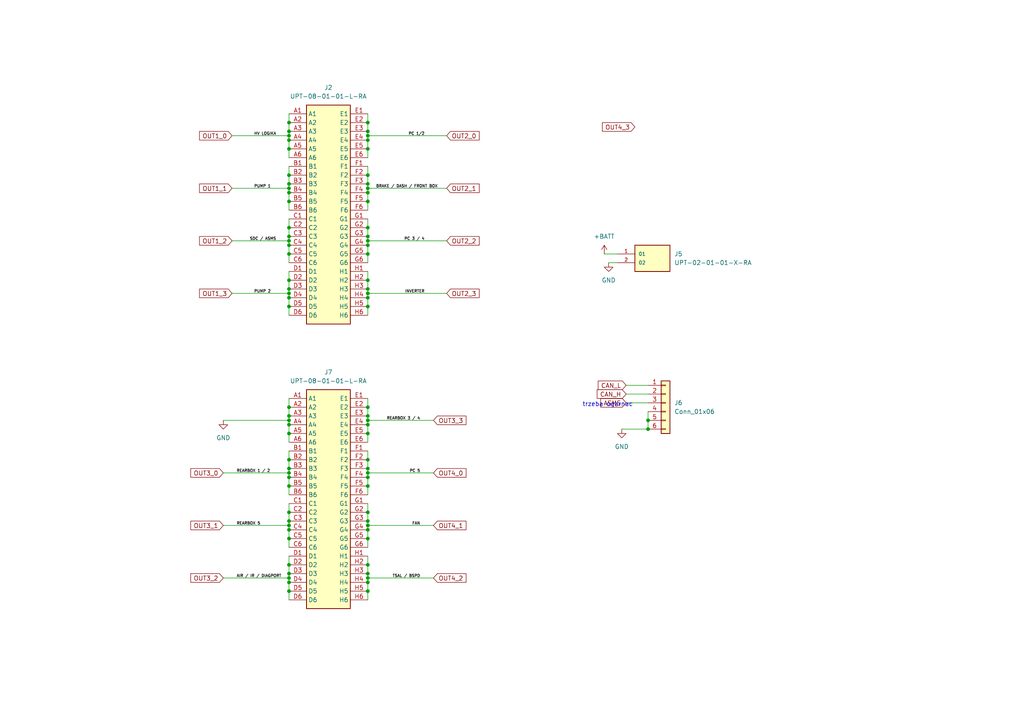
<source format=kicad_sch>
(kicad_sch (version 20230121) (generator eeschema)

  (uuid ca282e72-fe83-4483-8abe-8d6bd1f21cd1)

  (paper "A4")

  (lib_symbols
    (symbol "2pin:UPT-02-01-01-X-RA" (pin_names (offset 1.016)) (in_bom yes) (on_board yes)
      (property "Reference" "J5" (at 6.35 0 0)
        (effects (font (size 1.27 1.27)) (justify left))
      )
      (property "Value" "UPT-02-01-01-X-RA" (at 6.35 -2.54 0)
        (effects (font (size 1.27 1.27)) (justify left))
      )
      (property "Footprint" "2pin:SAMTEC_UPT-02-01-01-X-RA" (at -1.27 5.08 0)
        (effects (font (size 1.27 1.27)) (justify bottom) hide)
      )
      (property "Datasheet" "" (at 0 0 0)
        (effects (font (size 1.27 1.27)) hide)
      )
      (property "PARTREV" "C" (at 0 0 0)
        (effects (font (size 1.27 1.27)) (justify bottom) hide)
      )
      (property "MANUFACTURER" "Samtec" (at 2.54 6.35 0)
        (effects (font (size 1.27 1.27)) (justify bottom) hide)
      )
      (property "MAXIMUM_PACKAGE_HEIGHT" "9.0mm" (at -3.81 2.54 0)
        (effects (font (size 1.27 1.27)) (justify bottom) hide)
      )
      (property "STANDARD" "Manufacturer recommendations" (at -2.54 3.81 0)
        (effects (font (size 1.27 1.27)) (justify bottom) hide)
      )
      (symbol "UPT-02-01-01-X-RA_0_0"
        (rectangle (start -5.08 2.54) (end 5.08 -5.08)
          (stroke (width 0.254) (type default))
          (fill (type background))
        )
      )
      (symbol "UPT-02-01-01-X-RA_1_0"
        (pin passive line (at -10.16 0 0) (length 5.08)
          (name "01" (effects (font (size 1.016 1.016))))
          (number "1" (effects (font (size 1.016 1.016))))
        )
        (pin passive line (at -10.16 -2.54 0) (length 5.08)
          (name "02" (effects (font (size 1.016 1.016))))
          (number "2" (effects (font (size 1.016 1.016))))
        )
      )
    )
    (symbol "8pin_good:UPT-08-01-01-L-RA" (in_bom yes) (on_board yes)
      (property "Reference" "J" (at 19.05 7.62 0)
        (effects (font (size 1.27 1.27)) (justify left top))
      )
      (property "Value" "UPT-08-01-01-L-RA" (at 19.05 5.08 0)
        (effects (font (size 1.27 1.27)) (justify left top))
      )
      (property "Footprint" "UPT080101LRA" (at 19.05 -94.92 0)
        (effects (font (size 1.27 1.27)) (justify left top) hide)
      )
      (property "Datasheet" "https://componentsearchengine.com/Datasheets/1/UPT-08-01-01-L-RA.pdf" (at 19.05 -194.92 0)
        (effects (font (size 1.27 1.27)) (justify left top) hide)
      )
      (property "Height" "" (at 19.05 -394.92 0)
        (effects (font (size 1.27 1.27)) (justify left top) hide)
      )
      (property "Mouser Part Number" "200-UPT080101LRA" (at 19.05 -494.92 0)
        (effects (font (size 1.27 1.27)) (justify left top) hide)
      )
      (property "Mouser Price/Stock" "https://www.mouser.com/Search/Refine.aspx?Keyword=200-UPT080101LRA" (at 19.05 -594.92 0)
        (effects (font (size 1.27 1.27)) (justify left top) hide)
      )
      (property "Manufacturer_Name" "SAMTEC" (at 19.05 -694.92 0)
        (effects (font (size 1.27 1.27)) (justify left top) hide)
      )
      (property "Manufacturer_Part_Number" "UPT-08-01-01-L-RA" (at 19.05 -794.92 0)
        (effects (font (size 1.27 1.27)) (justify left top) hide)
      )
      (property "ki_description" "SAMTEC - UPT-08-01-01-L-RA - Pin Header, Power Terminal, Board-to-Board, 3.81 mm, 1 Rows, 8 Contacts, Through Hole, UPT Series" (at 0 0 0)
        (effects (font (size 1.27 1.27)) hide)
      )
      (symbol "UPT-08-01-01-L-RA_1_1"
        (rectangle (start 5.08 2.54) (end 17.78 -60.96)
          (stroke (width 0.254) (type default))
          (fill (type background))
        )
        (pin passive line (at 0 0 0) (length 5.08)
          (name "A1" (effects (font (size 1.27 1.27))))
          (number "A1" (effects (font (size 1.27 1.27))))
        )
        (pin passive line (at 0 -2.54 0) (length 5.08)
          (name "A2" (effects (font (size 1.27 1.27))))
          (number "A2" (effects (font (size 1.27 1.27))))
        )
        (pin passive line (at 0 -5.08 0) (length 5.08)
          (name "A3" (effects (font (size 1.27 1.27))))
          (number "A3" (effects (font (size 1.27 1.27))))
        )
        (pin passive line (at 0 -7.62 0) (length 5.08)
          (name "A4" (effects (font (size 1.27 1.27))))
          (number "A4" (effects (font (size 1.27 1.27))))
        )
        (pin passive line (at 0 -10.16 0) (length 5.08)
          (name "A5" (effects (font (size 1.27 1.27))))
          (number "A5" (effects (font (size 1.27 1.27))))
        )
        (pin passive line (at 0 -12.7 0) (length 5.08)
          (name "A6" (effects (font (size 1.27 1.27))))
          (number "A6" (effects (font (size 1.27 1.27))))
        )
        (pin passive line (at 0 -15.24 0) (length 5.08)
          (name "B1" (effects (font (size 1.27 1.27))))
          (number "B1" (effects (font (size 1.27 1.27))))
        )
        (pin passive line (at 0 -17.78 0) (length 5.08)
          (name "B2" (effects (font (size 1.27 1.27))))
          (number "B2" (effects (font (size 1.27 1.27))))
        )
        (pin passive line (at 0 -20.32 0) (length 5.08)
          (name "B3" (effects (font (size 1.27 1.27))))
          (number "B3" (effects (font (size 1.27 1.27))))
        )
        (pin passive line (at 0 -22.86 0) (length 5.08)
          (name "B4" (effects (font (size 1.27 1.27))))
          (number "B4" (effects (font (size 1.27 1.27))))
        )
        (pin passive line (at 0 -25.4 0) (length 5.08)
          (name "B5" (effects (font (size 1.27 1.27))))
          (number "B5" (effects (font (size 1.27 1.27))))
        )
        (pin passive line (at 0 -27.94 0) (length 5.08)
          (name "B6" (effects (font (size 1.27 1.27))))
          (number "B6" (effects (font (size 1.27 1.27))))
        )
        (pin passive line (at 0 -30.48 0) (length 5.08)
          (name "C1" (effects (font (size 1.27 1.27))))
          (number "C1" (effects (font (size 1.27 1.27))))
        )
        (pin passive line (at 0 -33.02 0) (length 5.08)
          (name "C2" (effects (font (size 1.27 1.27))))
          (number "C2" (effects (font (size 1.27 1.27))))
        )
        (pin passive line (at 0 -35.56 0) (length 5.08)
          (name "C3" (effects (font (size 1.27 1.27))))
          (number "C3" (effects (font (size 1.27 1.27))))
        )
        (pin passive line (at 0 -38.1 0) (length 5.08)
          (name "C4" (effects (font (size 1.27 1.27))))
          (number "C4" (effects (font (size 1.27 1.27))))
        )
        (pin passive line (at 0 -40.64 0) (length 5.08)
          (name "C5" (effects (font (size 1.27 1.27))))
          (number "C5" (effects (font (size 1.27 1.27))))
        )
        (pin passive line (at 0 -43.18 0) (length 5.08)
          (name "C6" (effects (font (size 1.27 1.27))))
          (number "C6" (effects (font (size 1.27 1.27))))
        )
        (pin passive line (at 0 -45.72 0) (length 5.08)
          (name "D1" (effects (font (size 1.27 1.27))))
          (number "D1" (effects (font (size 1.27 1.27))))
        )
        (pin passive line (at 0 -48.26 0) (length 5.08)
          (name "D2" (effects (font (size 1.27 1.27))))
          (number "D2" (effects (font (size 1.27 1.27))))
        )
        (pin passive line (at 0 -50.8 0) (length 5.08)
          (name "D3" (effects (font (size 1.27 1.27))))
          (number "D3" (effects (font (size 1.27 1.27))))
        )
        (pin passive line (at 0 -53.34 0) (length 5.08)
          (name "D4" (effects (font (size 1.27 1.27))))
          (number "D4" (effects (font (size 1.27 1.27))))
        )
        (pin passive line (at 0 -55.88 0) (length 5.08)
          (name "D5" (effects (font (size 1.27 1.27))))
          (number "D5" (effects (font (size 1.27 1.27))))
        )
        (pin passive line (at 0 -58.42 0) (length 5.08)
          (name "D6" (effects (font (size 1.27 1.27))))
          (number "D6" (effects (font (size 1.27 1.27))))
        )
        (pin passive line (at 22.86 0 180) (length 5.08)
          (name "E1" (effects (font (size 1.27 1.27))))
          (number "E1" (effects (font (size 1.27 1.27))))
        )
        (pin passive line (at 22.86 -2.54 180) (length 5.08)
          (name "E2" (effects (font (size 1.27 1.27))))
          (number "E2" (effects (font (size 1.27 1.27))))
        )
        (pin passive line (at 22.86 -5.08 180) (length 5.08)
          (name "E3" (effects (font (size 1.27 1.27))))
          (number "E3" (effects (font (size 1.27 1.27))))
        )
        (pin passive line (at 22.86 -7.62 180) (length 5.08)
          (name "E4" (effects (font (size 1.27 1.27))))
          (number "E4" (effects (font (size 1.27 1.27))))
        )
        (pin passive line (at 22.86 -10.16 180) (length 5.08)
          (name "E5" (effects (font (size 1.27 1.27))))
          (number "E5" (effects (font (size 1.27 1.27))))
        )
        (pin passive line (at 22.86 -12.7 180) (length 5.08)
          (name "E6" (effects (font (size 1.27 1.27))))
          (number "E6" (effects (font (size 1.27 1.27))))
        )
        (pin passive line (at 22.86 -15.24 180) (length 5.08)
          (name "F1" (effects (font (size 1.27 1.27))))
          (number "F1" (effects (font (size 1.27 1.27))))
        )
        (pin passive line (at 22.86 -17.78 180) (length 5.08)
          (name "F2" (effects (font (size 1.27 1.27))))
          (number "F2" (effects (font (size 1.27 1.27))))
        )
        (pin passive line (at 22.86 -20.32 180) (length 5.08)
          (name "F3" (effects (font (size 1.27 1.27))))
          (number "F3" (effects (font (size 1.27 1.27))))
        )
        (pin passive line (at 22.86 -22.86 180) (length 5.08)
          (name "F4" (effects (font (size 1.27 1.27))))
          (number "F4" (effects (font (size 1.27 1.27))))
        )
        (pin passive line (at 22.86 -25.4 180) (length 5.08)
          (name "F5" (effects (font (size 1.27 1.27))))
          (number "F5" (effects (font (size 1.27 1.27))))
        )
        (pin passive line (at 22.86 -27.94 180) (length 5.08)
          (name "F6" (effects (font (size 1.27 1.27))))
          (number "F6" (effects (font (size 1.27 1.27))))
        )
        (pin passive line (at 22.86 -30.48 180) (length 5.08)
          (name "G1" (effects (font (size 1.27 1.27))))
          (number "G1" (effects (font (size 1.27 1.27))))
        )
        (pin passive line (at 22.86 -33.02 180) (length 5.08)
          (name "G2" (effects (font (size 1.27 1.27))))
          (number "G2" (effects (font (size 1.27 1.27))))
        )
        (pin passive line (at 22.86 -35.56 180) (length 5.08)
          (name "G3" (effects (font (size 1.27 1.27))))
          (number "G3" (effects (font (size 1.27 1.27))))
        )
        (pin passive line (at 22.86 -38.1 180) (length 5.08)
          (name "G4" (effects (font (size 1.27 1.27))))
          (number "G4" (effects (font (size 1.27 1.27))))
        )
        (pin passive line (at 22.86 -40.64 180) (length 5.08)
          (name "G5" (effects (font (size 1.27 1.27))))
          (number "G5" (effects (font (size 1.27 1.27))))
        )
        (pin passive line (at 22.86 -43.18 180) (length 5.08)
          (name "G6" (effects (font (size 1.27 1.27))))
          (number "G6" (effects (font (size 1.27 1.27))))
        )
        (pin passive line (at 22.86 -45.72 180) (length 5.08)
          (name "H1" (effects (font (size 1.27 1.27))))
          (number "H1" (effects (font (size 1.27 1.27))))
        )
        (pin passive line (at 22.86 -48.26 180) (length 5.08)
          (name "H2" (effects (font (size 1.27 1.27))))
          (number "H2" (effects (font (size 1.27 1.27))))
        )
        (pin passive line (at 22.86 -50.8 180) (length 5.08)
          (name "H3" (effects (font (size 1.27 1.27))))
          (number "H3" (effects (font (size 1.27 1.27))))
        )
        (pin passive line (at 22.86 -53.34 180) (length 5.08)
          (name "H4" (effects (font (size 1.27 1.27))))
          (number "H4" (effects (font (size 1.27 1.27))))
        )
        (pin passive line (at 22.86 -55.88 180) (length 5.08)
          (name "H5" (effects (font (size 1.27 1.27))))
          (number "H5" (effects (font (size 1.27 1.27))))
        )
        (pin passive line (at 22.86 -58.42 180) (length 5.08)
          (name "H6" (effects (font (size 1.27 1.27))))
          (number "H6" (effects (font (size 1.27 1.27))))
        )
      )
    )
    (symbol "Connector_Generic:Conn_01x06" (pin_names (offset 1.016) hide) (in_bom yes) (on_board yes)
      (property "Reference" "J" (at 0 7.62 0)
        (effects (font (size 1.27 1.27)))
      )
      (property "Value" "Conn_01x06" (at 0 -10.16 0)
        (effects (font (size 1.27 1.27)))
      )
      (property "Footprint" "" (at 0 0 0)
        (effects (font (size 1.27 1.27)) hide)
      )
      (property "Datasheet" "~" (at 0 0 0)
        (effects (font (size 1.27 1.27)) hide)
      )
      (property "ki_keywords" "connector" (at 0 0 0)
        (effects (font (size 1.27 1.27)) hide)
      )
      (property "ki_description" "Generic connector, single row, 01x06, script generated (kicad-library-utils/schlib/autogen/connector/)" (at 0 0 0)
        (effects (font (size 1.27 1.27)) hide)
      )
      (property "ki_fp_filters" "Connector*:*_1x??_*" (at 0 0 0)
        (effects (font (size 1.27 1.27)) hide)
      )
      (symbol "Conn_01x06_1_1"
        (rectangle (start -1.27 -7.493) (end 0 -7.747)
          (stroke (width 0.1524) (type default))
          (fill (type none))
        )
        (rectangle (start -1.27 -4.953) (end 0 -5.207)
          (stroke (width 0.1524) (type default))
          (fill (type none))
        )
        (rectangle (start -1.27 -2.413) (end 0 -2.667)
          (stroke (width 0.1524) (type default))
          (fill (type none))
        )
        (rectangle (start -1.27 0.127) (end 0 -0.127)
          (stroke (width 0.1524) (type default))
          (fill (type none))
        )
        (rectangle (start -1.27 2.667) (end 0 2.413)
          (stroke (width 0.1524) (type default))
          (fill (type none))
        )
        (rectangle (start -1.27 5.207) (end 0 4.953)
          (stroke (width 0.1524) (type default))
          (fill (type none))
        )
        (rectangle (start -1.27 6.35) (end 1.27 -8.89)
          (stroke (width 0.254) (type default))
          (fill (type background))
        )
        (pin passive line (at -5.08 5.08 0) (length 3.81)
          (name "Pin_1" (effects (font (size 1.27 1.27))))
          (number "1" (effects (font (size 1.27 1.27))))
        )
        (pin passive line (at -5.08 2.54 0) (length 3.81)
          (name "Pin_2" (effects (font (size 1.27 1.27))))
          (number "2" (effects (font (size 1.27 1.27))))
        )
        (pin passive line (at -5.08 0 0) (length 3.81)
          (name "Pin_3" (effects (font (size 1.27 1.27))))
          (number "3" (effects (font (size 1.27 1.27))))
        )
        (pin passive line (at -5.08 -2.54 0) (length 3.81)
          (name "Pin_4" (effects (font (size 1.27 1.27))))
          (number "4" (effects (font (size 1.27 1.27))))
        )
        (pin passive line (at -5.08 -5.08 0) (length 3.81)
          (name "Pin_5" (effects (font (size 1.27 1.27))))
          (number "5" (effects (font (size 1.27 1.27))))
        )
        (pin passive line (at -5.08 -7.62 0) (length 3.81)
          (name "Pin_6" (effects (font (size 1.27 1.27))))
          (number "6" (effects (font (size 1.27 1.27))))
        )
      )
    )
    (symbol "power:+BATT" (power) (pin_names (offset 0)) (in_bom yes) (on_board yes)
      (property "Reference" "#PWR" (at 0 -3.81 0)
        (effects (font (size 1.27 1.27)) hide)
      )
      (property "Value" "+BATT" (at 0 3.556 0)
        (effects (font (size 1.27 1.27)))
      )
      (property "Footprint" "" (at 0 0 0)
        (effects (font (size 1.27 1.27)) hide)
      )
      (property "Datasheet" "" (at 0 0 0)
        (effects (font (size 1.27 1.27)) hide)
      )
      (property "ki_keywords" "global power battery" (at 0 0 0)
        (effects (font (size 1.27 1.27)) hide)
      )
      (property "ki_description" "Power symbol creates a global label with name \"+BATT\"" (at 0 0 0)
        (effects (font (size 1.27 1.27)) hide)
      )
      (symbol "+BATT_0_1"
        (polyline
          (pts
            (xy -0.762 1.27)
            (xy 0 2.54)
          )
          (stroke (width 0) (type default))
          (fill (type none))
        )
        (polyline
          (pts
            (xy 0 0)
            (xy 0 2.54)
          )
          (stroke (width 0) (type default))
          (fill (type none))
        )
        (polyline
          (pts
            (xy 0 2.54)
            (xy 0.762 1.27)
          )
          (stroke (width 0) (type default))
          (fill (type none))
        )
      )
      (symbol "+BATT_1_1"
        (pin power_in line (at 0 0 90) (length 0) hide
          (name "+BATT" (effects (font (size 1.27 1.27))))
          (number "1" (effects (font (size 1.27 1.27))))
        )
      )
    )
    (symbol "power:GND" (power) (pin_names (offset 0)) (in_bom yes) (on_board yes)
      (property "Reference" "#PWR" (at 0 -6.35 0)
        (effects (font (size 1.27 1.27)) hide)
      )
      (property "Value" "GND" (at 0 -3.81 0)
        (effects (font (size 1.27 1.27)))
      )
      (property "Footprint" "" (at 0 0 0)
        (effects (font (size 1.27 1.27)) hide)
      )
      (property "Datasheet" "" (at 0 0 0)
        (effects (font (size 1.27 1.27)) hide)
      )
      (property "ki_keywords" "global power" (at 0 0 0)
        (effects (font (size 1.27 1.27)) hide)
      )
      (property "ki_description" "Power symbol creates a global label with name \"GND\" , ground" (at 0 0 0)
        (effects (font (size 1.27 1.27)) hide)
      )
      (symbol "GND_0_1"
        (polyline
          (pts
            (xy 0 0)
            (xy 0 -1.27)
            (xy 1.27 -1.27)
            (xy 0 -2.54)
            (xy -1.27 -1.27)
            (xy 0 -1.27)
          )
          (stroke (width 0) (type default))
          (fill (type none))
        )
      )
      (symbol "GND_1_1"
        (pin power_in line (at 0 0 270) (length 0) hide
          (name "GND" (effects (font (size 1.27 1.27))))
          (number "1" (effects (font (size 1.27 1.27))))
        )
      )
    )
  )

  (junction (at 83.82 73.66) (diameter 0) (color 0 0 0 0)
    (uuid 03847cbd-07ff-4b62-b9cb-e3e8345ddeb4)
  )
  (junction (at 106.68 140.97) (diameter 0) (color 0 0 0 0)
    (uuid 03cb1415-899e-4d3e-9f85-6096ed1328e4)
  )
  (junction (at 106.68 153.67) (diameter 0) (color 0 0 0 0)
    (uuid 06d94c08-6378-4878-977b-2e833ff31b6f)
  )
  (junction (at 83.82 166.37) (diameter 0) (color 0 0 0 0)
    (uuid 0c72b81d-0fcd-4ca5-9faf-f48c79360bd1)
  )
  (junction (at 106.68 66.04) (diameter 0) (color 0 0 0 0)
    (uuid 0d7b75cb-b263-4bc9-b3a8-e5f28da87cc2)
  )
  (junction (at 106.68 137.16) (diameter 0) (color 0 0 0 0)
    (uuid 11bdb15d-e538-4ec2-86e1-ddb8fa27f364)
  )
  (junction (at 83.82 35.56) (diameter 0) (color 0 0 0 0)
    (uuid 14cc0fe3-5775-4d0f-ab9f-823d286cf85d)
  )
  (junction (at 83.82 133.35) (diameter 0) (color 0 0 0 0)
    (uuid 1a304a12-741e-4fc8-b59d-aeaac4cac7ee)
  )
  (junction (at 106.68 39.37) (diameter 0) (color 0 0 0 0)
    (uuid 1b2d7389-e5d6-4282-9099-2be8aa010aaf)
  )
  (junction (at 83.82 168.91) (diameter 0) (color 0 0 0 0)
    (uuid 1c0566a6-febc-4ce5-a36b-f9e1282c62c9)
  )
  (junction (at 83.82 86.36) (diameter 0) (color 0 0 0 0)
    (uuid 1c48f0e4-73c0-47f8-a60f-0098066c3a8c)
  )
  (junction (at 106.68 151.13) (diameter 0) (color 0 0 0 0)
    (uuid 1cfad116-dfd9-47db-8f3a-2b70d335cd5e)
  )
  (junction (at 106.68 68.58) (diameter 0) (color 0 0 0 0)
    (uuid 1ddc7e95-6871-4060-91ec-35c5cbd19ef5)
  )
  (junction (at 106.68 86.36) (diameter 0) (color 0 0 0 0)
    (uuid 1f9880b3-bc45-44ec-a0f4-85e2fdf7da13)
  )
  (junction (at 106.68 54.61) (diameter 0) (color 0 0 0 0)
    (uuid 21b764c3-9d24-4518-8748-7fedb2126415)
  )
  (junction (at 106.68 123.19) (diameter 0) (color 0 0 0 0)
    (uuid 25045956-1136-483f-8ea8-d037b5578405)
  )
  (junction (at 106.68 50.8) (diameter 0) (color 0 0 0 0)
    (uuid 2587d392-353c-473e-864a-81582d7e06bf)
  )
  (junction (at 83.82 69.85) (diameter 0) (color 0 0 0 0)
    (uuid 2eaf0ecb-17a8-44b1-b824-cb3277e11a0e)
  )
  (junction (at 83.82 58.42) (diameter 0) (color 0 0 0 0)
    (uuid 2ed1c0ab-85a8-42a5-9931-3f7f39ec57ce)
  )
  (junction (at 106.68 53.34) (diameter 0) (color 0 0 0 0)
    (uuid 353245c2-4832-4a35-a16a-4606da671fdd)
  )
  (junction (at 83.82 163.83) (diameter 0) (color 0 0 0 0)
    (uuid 3ae682a3-263a-4a5e-ac30-4a138ad9735f)
  )
  (junction (at 83.82 151.13) (diameter 0) (color 0 0 0 0)
    (uuid 3d1172d1-0636-4325-b25f-47a6833a868f)
  )
  (junction (at 106.68 118.11) (diameter 0) (color 0 0 0 0)
    (uuid 3d592392-0501-4d2f-93f7-5be04e59694e)
  )
  (junction (at 83.82 66.04) (diameter 0) (color 0 0 0 0)
    (uuid 3f276247-f973-4523-92d2-aa80e6b2d8ef)
  )
  (junction (at 83.82 153.67) (diameter 0) (color 0 0 0 0)
    (uuid 437fde88-037d-4e9e-9a7c-38eb993bb17b)
  )
  (junction (at 106.68 135.89) (diameter 0) (color 0 0 0 0)
    (uuid 44a65669-3d4f-4f3b-91b2-89905839e66f)
  )
  (junction (at 83.82 81.28) (diameter 0) (color 0 0 0 0)
    (uuid 493e9bd7-fb5b-4d4e-8772-1a92f5f49d98)
  )
  (junction (at 83.82 140.97) (diameter 0) (color 0 0 0 0)
    (uuid 4ef75385-6f4f-4cee-a6ae-2a447d32b485)
  )
  (junction (at 106.68 133.35) (diameter 0) (color 0 0 0 0)
    (uuid 50f50e31-a538-4b1d-930c-f06b38ca25a0)
  )
  (junction (at 106.68 168.91) (diameter 0) (color 0 0 0 0)
    (uuid 517798a9-56d4-4ddf-b79f-b9e424f58c19)
  )
  (junction (at 187.96 121.92) (diameter 0) (color 0 0 0 0)
    (uuid 525e9ab3-abe4-4f8b-8d1c-6380c7bbff45)
  )
  (junction (at 83.82 83.82) (diameter 0) (color 0 0 0 0)
    (uuid 5394a35a-733e-461b-8459-606e9f9f0b6b)
  )
  (junction (at 106.68 125.73) (diameter 0) (color 0 0 0 0)
    (uuid 53b8d57e-91e2-4e26-ae5d-44387e1ee998)
  )
  (junction (at 106.68 38.1) (diameter 0) (color 0 0 0 0)
    (uuid 583e2740-9930-4f77-8af7-5e8a01c7091f)
  )
  (junction (at 106.68 121.92) (diameter 0) (color 0 0 0 0)
    (uuid 5aef32f2-4ee9-435e-8913-23bc1e6521b0)
  )
  (junction (at 106.68 81.28) (diameter 0) (color 0 0 0 0)
    (uuid 65e9c6b1-0afc-4293-9aea-38856c68fd9c)
  )
  (junction (at 83.82 123.19) (diameter 0) (color 0 0 0 0)
    (uuid 66d66251-9406-46fe-9c51-682c2a389ee0)
  )
  (junction (at 83.82 71.12) (diameter 0) (color 0 0 0 0)
    (uuid 6849c7bc-5d47-4322-8e72-f9e7876da847)
  )
  (junction (at 83.82 167.64) (diameter 0) (color 0 0 0 0)
    (uuid 6ca45c14-213e-4f58-b760-efef44ace3b7)
  )
  (junction (at 83.82 55.88) (diameter 0) (color 0 0 0 0)
    (uuid 71f19d96-3106-4650-a62f-4cab64d9b4c6)
  )
  (junction (at 83.82 85.09) (diameter 0) (color 0 0 0 0)
    (uuid 733f9cb5-d67e-4ab4-b5b0-1d004b70cc97)
  )
  (junction (at 83.82 38.1) (diameter 0) (color 0 0 0 0)
    (uuid 78e9afea-26f2-4537-a57b-cf29338d8f7b)
  )
  (junction (at 106.68 138.43) (diameter 0) (color 0 0 0 0)
    (uuid 7a7ba65f-b742-4d10-a711-bf1cb2467b66)
  )
  (junction (at 83.82 40.64) (diameter 0) (color 0 0 0 0)
    (uuid 7f582cb6-3b85-436e-92bc-3c025546cfb9)
  )
  (junction (at 106.68 152.4) (diameter 0) (color 0 0 0 0)
    (uuid 867cc549-6165-4a15-81c2-6dbceb744741)
  )
  (junction (at 106.68 148.59) (diameter 0) (color 0 0 0 0)
    (uuid 8edb3711-e7dd-48b2-bf16-333e2b3dfcfd)
  )
  (junction (at 83.82 118.11) (diameter 0) (color 0 0 0 0)
    (uuid 901c4fff-1733-4937-ab64-5127c3350c69)
  )
  (junction (at 106.68 163.83) (diameter 0) (color 0 0 0 0)
    (uuid 902f6204-217a-4d05-af38-65b4e270c7f2)
  )
  (junction (at 106.68 156.21) (diameter 0) (color 0 0 0 0)
    (uuid 90eb198e-bd14-4ae2-9203-859d1a520f7b)
  )
  (junction (at 83.82 125.73) (diameter 0) (color 0 0 0 0)
    (uuid 9894df33-b5e3-4d0f-b141-7ca96e68096a)
  )
  (junction (at 83.82 50.8) (diameter 0) (color 0 0 0 0)
    (uuid 99cd9ee1-9f6d-41bf-b110-6ea26a5ce8b9)
  )
  (junction (at 83.82 53.34) (diameter 0) (color 0 0 0 0)
    (uuid 9a2d202a-9949-4585-9411-8453e1471c88)
  )
  (junction (at 106.68 85.09) (diameter 0) (color 0 0 0 0)
    (uuid a005b8d4-d93a-48e9-ac69-d41e455b5f61)
  )
  (junction (at 83.82 138.43) (diameter 0) (color 0 0 0 0)
    (uuid a356d2cf-c70d-4a3e-95b2-f2122045d498)
  )
  (junction (at 106.68 71.12) (diameter 0) (color 0 0 0 0)
    (uuid a4da03cf-0369-4195-9581-8d4b86b4129e)
  )
  (junction (at 83.82 171.45) (diameter 0) (color 0 0 0 0)
    (uuid a5e2db7d-11df-4430-b83b-2a1e3eaf1e86)
  )
  (junction (at 106.68 69.85) (diameter 0) (color 0 0 0 0)
    (uuid ac010ad7-5ee1-4705-9190-9799202d5946)
  )
  (junction (at 106.68 167.64) (diameter 0) (color 0 0 0 0)
    (uuid ad016434-7aa5-4372-be70-177312cd541c)
  )
  (junction (at 106.68 166.37) (diameter 0) (color 0 0 0 0)
    (uuid afb26ccc-854a-4c1d-bca4-17333da11943)
  )
  (junction (at 83.82 148.59) (diameter 0) (color 0 0 0 0)
    (uuid b574fc41-8fe5-4054-bc48-39492378cdaa)
  )
  (junction (at 106.68 88.9) (diameter 0) (color 0 0 0 0)
    (uuid b7ccb5a6-d0b3-4681-9560-16e91e3e2486)
  )
  (junction (at 106.68 83.82) (diameter 0) (color 0 0 0 0)
    (uuid b85197c4-1fbc-48e5-97a5-d8169d0d79ca)
  )
  (junction (at 83.82 156.21) (diameter 0) (color 0 0 0 0)
    (uuid b9013366-9639-4c63-99f4-86d8b28b6ae2)
  )
  (junction (at 106.68 73.66) (diameter 0) (color 0 0 0 0)
    (uuid b9ef3c77-7f08-4be6-916a-039669727880)
  )
  (junction (at 83.82 68.58) (diameter 0) (color 0 0 0 0)
    (uuid bf277d46-d175-473c-88cc-917bb0bcb8b5)
  )
  (junction (at 83.82 43.18) (diameter 0) (color 0 0 0 0)
    (uuid c3440584-7ba8-4c91-868d-dbfc489ea3c3)
  )
  (junction (at 83.82 137.16) (diameter 0) (color 0 0 0 0)
    (uuid c4ec6b5a-62cb-4eae-9364-d3f981a30df0)
  )
  (junction (at 106.68 171.45) (diameter 0) (color 0 0 0 0)
    (uuid c5007276-d4f7-4eb2-9761-723e2d04d8e0)
  )
  (junction (at 187.96 124.46) (diameter 0) (color 0 0 0 0)
    (uuid c6d83591-9baa-42cc-9319-bf855615d647)
  )
  (junction (at 83.82 135.89) (diameter 0) (color 0 0 0 0)
    (uuid cf8fc05f-32c9-4c66-a261-2b9b2fbf76e6)
  )
  (junction (at 106.68 120.65) (diameter 0) (color 0 0 0 0)
    (uuid df42a8c0-1e83-46c8-b827-41b2aef5a036)
  )
  (junction (at 106.68 35.56) (diameter 0) (color 0 0 0 0)
    (uuid e0f2862c-010b-4762-9aa7-8044e2cb6bd3)
  )
  (junction (at 83.82 39.37) (diameter 0) (color 0 0 0 0)
    (uuid e4c273c0-2869-4d74-876a-74bf18c86b23)
  )
  (junction (at 83.82 88.9) (diameter 0) (color 0 0 0 0)
    (uuid e639d376-f613-4c7c-b402-864b261317da)
  )
  (junction (at 106.68 43.18) (diameter 0) (color 0 0 0 0)
    (uuid ea105749-7cdb-46f8-b5ce-f196dc9285ac)
  )
  (junction (at 106.68 40.64) (diameter 0) (color 0 0 0 0)
    (uuid eefb34c1-846a-497d-a01a-58cdbaea4af1)
  )
  (junction (at 106.68 58.42) (diameter 0) (color 0 0 0 0)
    (uuid f04bf267-e1b8-4c5f-b2c6-d4874b7a6c6e)
  )
  (junction (at 83.82 121.92) (diameter 0) (color 0 0 0 0)
    (uuid f27d9ff8-341e-4159-9982-ee2435c84874)
  )
  (junction (at 106.68 55.88) (diameter 0) (color 0 0 0 0)
    (uuid f3953e25-0941-4ec0-b3a0-1e5f99f41d40)
  )
  (junction (at 83.82 152.4) (diameter 0) (color 0 0 0 0)
    (uuid f3f8c9c9-f7a2-450d-8056-dbd963c16aad)
  )
  (junction (at 83.82 54.61) (diameter 0) (color 0 0 0 0)
    (uuid f7cf7518-9100-4bae-9e90-0b14d317b1f9)
  )
  (junction (at 83.82 120.65) (diameter 0) (color 0 0 0 0)
    (uuid f9d77331-da55-4dd2-bab2-59fec4263a87)
  )

  (wire (pts (xy 106.68 48.26) (xy 106.68 50.8))
    (stroke (width 0) (type default))
    (uuid 038740d2-1ab6-433d-9962-ff1476ca2f7d)
  )
  (wire (pts (xy 180.34 124.46) (xy 187.96 124.46))
    (stroke (width 0) (type default))
    (uuid 056757d5-8ac4-455a-b655-47237f13c480)
  )
  (wire (pts (xy 106.68 138.43) (xy 106.68 140.97))
    (stroke (width 0) (type default))
    (uuid 08024c92-4c1f-4afc-830d-d5ff67c58325)
  )
  (wire (pts (xy 106.68 78.74) (xy 106.68 81.28))
    (stroke (width 0) (type default))
    (uuid 08b4b685-549e-4ebb-bdf4-341b19fb6167)
  )
  (wire (pts (xy 106.68 118.11) (xy 106.68 120.65))
    (stroke (width 0) (type default))
    (uuid 0a7308da-0078-419d-85e0-c06050df5710)
  )
  (wire (pts (xy 106.68 35.56) (xy 106.68 38.1))
    (stroke (width 0) (type default))
    (uuid 0cf16ada-9b31-4a58-ad7d-45e17d90cb03)
  )
  (wire (pts (xy 83.82 120.65) (xy 83.82 121.92))
    (stroke (width 0) (type default))
    (uuid 0d0f717d-8bca-42a3-a87d-0ad9cbac187f)
  )
  (wire (pts (xy 175.26 73.66) (xy 179.07 73.66))
    (stroke (width 0) (type default))
    (uuid 0e7ce58b-c78c-4727-8418-256052ce4ea8)
  )
  (wire (pts (xy 83.82 140.97) (xy 83.82 143.51))
    (stroke (width 0) (type default))
    (uuid 1473e6e6-3306-4321-b856-a7636210e729)
  )
  (wire (pts (xy 83.82 68.58) (xy 83.82 69.85))
    (stroke (width 0) (type default))
    (uuid 18207411-8493-4b9b-b4c9-1c2a095b4a52)
  )
  (wire (pts (xy 67.31 85.09) (xy 83.82 85.09))
    (stroke (width 0) (type default))
    (uuid 184c873e-4281-4db3-8fde-be8fb92afc28)
  )
  (wire (pts (xy 106.68 86.36) (xy 106.68 88.9))
    (stroke (width 0) (type default))
    (uuid 1a6fecea-852b-46fa-9fc7-67a71feef6dd)
  )
  (wire (pts (xy 106.68 38.1) (xy 106.68 39.37))
    (stroke (width 0) (type default))
    (uuid 1c1eda81-3423-4b9d-9860-c80b802bbc25)
  )
  (wire (pts (xy 187.96 119.38) (xy 187.96 121.92))
    (stroke (width 0) (type default))
    (uuid 204933d6-52a5-4b27-b9ea-4d3634d62c9e)
  )
  (wire (pts (xy 106.68 130.81) (xy 106.68 133.35))
    (stroke (width 0) (type default))
    (uuid 213a82d1-d986-4b57-a6eb-e8cce75a84ef)
  )
  (wire (pts (xy 83.82 35.56) (xy 83.82 38.1))
    (stroke (width 0) (type default))
    (uuid 2168f3e6-23bf-4021-8eda-0295659014b0)
  )
  (wire (pts (xy 129.54 54.61) (xy 106.68 54.61))
    (stroke (width 0) (type default))
    (uuid 2354ece1-5f35-4bf5-bfce-45b1ebf1becb)
  )
  (wire (pts (xy 83.82 137.16) (xy 83.82 138.43))
    (stroke (width 0) (type default))
    (uuid 29508d7a-0f26-4079-8c04-68ee68a8b2b2)
  )
  (wire (pts (xy 106.68 166.37) (xy 106.68 167.64))
    (stroke (width 0) (type default))
    (uuid 2a4f750a-a71c-403a-8605-3de99abade21)
  )
  (wire (pts (xy 83.82 123.19) (xy 83.82 125.73))
    (stroke (width 0) (type default))
    (uuid 2c112280-77c2-4f00-953c-29c752e74f0d)
  )
  (wire (pts (xy 83.82 121.92) (xy 83.82 123.19))
    (stroke (width 0) (type default))
    (uuid 2d52b6fc-4f60-4d5c-ba57-15cdb4f7a89b)
  )
  (wire (pts (xy 106.68 53.34) (xy 106.68 54.61))
    (stroke (width 0) (type default))
    (uuid 2e7a72c1-72f7-44ff-90f7-bfb19f76b276)
  )
  (wire (pts (xy 106.68 135.89) (xy 106.68 137.16))
    (stroke (width 0) (type default))
    (uuid 2f913b0e-fbf4-4e91-90fa-11fbda4a78ba)
  )
  (wire (pts (xy 106.68 33.02) (xy 106.68 35.56))
    (stroke (width 0) (type default))
    (uuid 30927435-77ac-4761-b52b-3704d788d7b8)
  )
  (wire (pts (xy 83.82 138.43) (xy 83.82 140.97))
    (stroke (width 0) (type default))
    (uuid 30e690af-c36d-4c63-80a9-63f0455f5f55)
  )
  (wire (pts (xy 106.68 71.12) (xy 106.68 73.66))
    (stroke (width 0) (type default))
    (uuid 31e638bd-5793-4be2-9f4a-4d1f02d55341)
  )
  (wire (pts (xy 106.68 161.29) (xy 106.68 163.83))
    (stroke (width 0) (type default))
    (uuid 3294ad0c-0941-4376-8376-f16211d65f6d)
  )
  (wire (pts (xy 83.82 38.1) (xy 83.82 39.37))
    (stroke (width 0) (type default))
    (uuid 3434a856-1436-4315-9bec-19c2837260a5)
  )
  (wire (pts (xy 106.68 137.16) (xy 106.68 138.43))
    (stroke (width 0) (type default))
    (uuid 34d52bb1-7f44-4144-af72-807a623e571e)
  )
  (wire (pts (xy 106.68 54.61) (xy 106.68 55.88))
    (stroke (width 0) (type default))
    (uuid 387b234d-f24c-4709-b1f5-bcded963dba5)
  )
  (wire (pts (xy 181.61 111.76) (xy 187.96 111.76))
    (stroke (width 0) (type default))
    (uuid 3a7f60af-6a29-46ef-b6cf-17de63abd07f)
  )
  (wire (pts (xy 106.68 115.57) (xy 106.68 118.11))
    (stroke (width 0) (type default))
    (uuid 3b9abe65-1f18-4e91-a6b3-08d749f1ec6d)
  )
  (wire (pts (xy 83.82 63.5) (xy 83.82 66.04))
    (stroke (width 0) (type default))
    (uuid 3d5011b7-6993-4ae1-8478-9c84bc9c65e8)
  )
  (wire (pts (xy 83.82 133.35) (xy 83.82 135.89))
    (stroke (width 0) (type default))
    (uuid 3e4b398b-ea08-491f-8c8b-19739febeb73)
  )
  (wire (pts (xy 83.82 71.12) (xy 83.82 73.66))
    (stroke (width 0) (type default))
    (uuid 3e5d2a68-c5c5-43d4-8cfb-9efbb333979c)
  )
  (wire (pts (xy 129.54 85.09) (xy 106.68 85.09))
    (stroke (width 0) (type default))
    (uuid 3f4859ec-b051-48e3-97b9-5206fcbfc6aa)
  )
  (wire (pts (xy 83.82 40.64) (xy 83.82 43.18))
    (stroke (width 0) (type default))
    (uuid 4204d095-222a-4222-a470-9e4bdcd20f63)
  )
  (wire (pts (xy 106.68 43.18) (xy 106.68 45.72))
    (stroke (width 0) (type default))
    (uuid 45a794b7-2ae7-44d1-9946-2e3ef9ed426e)
  )
  (wire (pts (xy 106.68 66.04) (xy 106.68 68.58))
    (stroke (width 0) (type default))
    (uuid 460ab380-3795-4026-b70f-f5b9874af439)
  )
  (wire (pts (xy 176.53 76.2) (xy 179.07 76.2))
    (stroke (width 0) (type default))
    (uuid 49ac423f-0af3-4f36-b876-911a1bfd604d)
  )
  (wire (pts (xy 181.61 116.84) (xy 187.96 116.84))
    (stroke (width 0) (type default))
    (uuid 49d239ae-7096-4db6-895b-c89814310598)
  )
  (wire (pts (xy 64.77 137.16) (xy 83.82 137.16))
    (stroke (width 0) (type default))
    (uuid 4ad6a8d5-c3d3-4be1-9383-64009295d915)
  )
  (wire (pts (xy 106.68 120.65) (xy 106.68 121.92))
    (stroke (width 0) (type default))
    (uuid 521ec14f-9833-4c88-8862-6e7f1b9cdb88)
  )
  (wire (pts (xy 106.68 156.21) (xy 106.68 158.75))
    (stroke (width 0) (type default))
    (uuid 5751ba13-31f3-48f5-a769-f3e02b5c33a5)
  )
  (wire (pts (xy 83.82 50.8) (xy 83.82 53.34))
    (stroke (width 0) (type default))
    (uuid 5b12fc92-0025-4504-8f1f-fab8f284d3fc)
  )
  (wire (pts (xy 67.31 54.61) (xy 83.82 54.61))
    (stroke (width 0) (type default))
    (uuid 5ed2682b-0e98-4b16-84f9-b603f31dc8ee)
  )
  (wire (pts (xy 83.82 69.85) (xy 83.82 71.12))
    (stroke (width 0) (type default))
    (uuid 61ef62e3-b4d9-4c73-b796-7ce57a1f1b57)
  )
  (wire (pts (xy 67.31 69.85) (xy 83.82 69.85))
    (stroke (width 0) (type default))
    (uuid 64191902-6d24-4bb1-8a52-eff3db81717e)
  )
  (wire (pts (xy 106.68 140.97) (xy 106.68 143.51))
    (stroke (width 0) (type default))
    (uuid 64ac5ed3-bd07-4821-8674-bd7ad80c1d68)
  )
  (wire (pts (xy 106.68 125.73) (xy 106.68 128.27))
    (stroke (width 0) (type default))
    (uuid 67014b48-973d-4c4a-b021-3e701ae1fa29)
  )
  (wire (pts (xy 106.68 121.92) (xy 106.68 123.19))
    (stroke (width 0) (type default))
    (uuid 68051b6e-5f1d-4b1d-a16e-4177257e5d6a)
  )
  (wire (pts (xy 106.68 50.8) (xy 106.68 53.34))
    (stroke (width 0) (type default))
    (uuid 686e7af9-cf6b-451f-adb5-436d673e153d)
  )
  (wire (pts (xy 83.82 125.73) (xy 83.82 128.27))
    (stroke (width 0) (type default))
    (uuid 68c39d97-d0d7-4733-b4ee-b918defcfe9a)
  )
  (wire (pts (xy 83.82 166.37) (xy 83.82 167.64))
    (stroke (width 0) (type default))
    (uuid 69e47503-e001-45be-a025-738718877ee8)
  )
  (wire (pts (xy 106.68 171.45) (xy 106.68 173.99))
    (stroke (width 0) (type default))
    (uuid 6c1c6a2f-7ee5-4b6b-aea5-c2aac4ee834b)
  )
  (wire (pts (xy 106.68 55.88) (xy 106.68 58.42))
    (stroke (width 0) (type default))
    (uuid 6e208566-74d3-4238-a621-356a8acc9efa)
  )
  (wire (pts (xy 106.68 152.4) (xy 106.68 153.67))
    (stroke (width 0) (type default))
    (uuid 6ed67f86-8057-49bb-ba1c-511d0cea4daf)
  )
  (wire (pts (xy 83.82 161.29) (xy 83.82 163.83))
    (stroke (width 0) (type default))
    (uuid 707f78ae-b9cb-4f5f-aeae-627ae534ab66)
  )
  (wire (pts (xy 106.68 39.37) (xy 106.68 40.64))
    (stroke (width 0) (type default))
    (uuid 753cc57c-c8cb-4940-9b5b-92e688fe3992)
  )
  (wire (pts (xy 83.82 33.02) (xy 83.82 35.56))
    (stroke (width 0) (type default))
    (uuid 771aa31e-15fd-4967-814e-194472ea69ee)
  )
  (wire (pts (xy 83.82 39.37) (xy 83.82 40.64))
    (stroke (width 0) (type default))
    (uuid 793bc235-60fe-4418-bda6-418b44e191f5)
  )
  (wire (pts (xy 83.82 58.42) (xy 83.82 60.96))
    (stroke (width 0) (type default))
    (uuid 7a366019-24b0-4c7b-9226-de5528e45d10)
  )
  (wire (pts (xy 187.96 121.92) (xy 187.96 124.46))
    (stroke (width 0) (type default))
    (uuid 7edb6347-a24c-493c-a02a-feb7aab924a7)
  )
  (wire (pts (xy 106.68 81.28) (xy 106.68 83.82))
    (stroke (width 0) (type default))
    (uuid 7f24b744-8185-4a4e-84c4-6bdca8d82d76)
  )
  (wire (pts (xy 83.82 130.81) (xy 83.82 133.35))
    (stroke (width 0) (type default))
    (uuid 81b3a2d6-5c13-4bce-b26a-05f513dc02d3)
  )
  (wire (pts (xy 125.73 137.16) (xy 106.68 137.16))
    (stroke (width 0) (type default))
    (uuid 87dc41dd-90a2-4308-9a8e-97d3f21de84b)
  )
  (wire (pts (xy 129.54 69.85) (xy 106.68 69.85))
    (stroke (width 0) (type default))
    (uuid 8c3f1231-5ea9-43e7-bf94-3f7d54a51571)
  )
  (wire (pts (xy 83.82 146.05) (xy 83.82 148.59))
    (stroke (width 0) (type default))
    (uuid 8e6ca859-32a9-47f5-8338-dc2db7bbad75)
  )
  (wire (pts (xy 106.68 153.67) (xy 106.68 156.21))
    (stroke (width 0) (type default))
    (uuid 8f6c5fa0-df37-43bd-837c-0bcbee54e7a4)
  )
  (wire (pts (xy 106.68 85.09) (xy 106.68 86.36))
    (stroke (width 0) (type default))
    (uuid 91e2d513-f111-4ec5-ad53-fa9e2dfa3a82)
  )
  (wire (pts (xy 83.82 156.21) (xy 83.82 158.75))
    (stroke (width 0) (type default))
    (uuid 9277ba09-a787-46fd-ad73-4570e9ae8680)
  )
  (wire (pts (xy 106.68 151.13) (xy 106.68 152.4))
    (stroke (width 0) (type default))
    (uuid 942394c1-7174-48fc-970b-fb4e7365aa9e)
  )
  (wire (pts (xy 83.82 53.34) (xy 83.82 54.61))
    (stroke (width 0) (type default))
    (uuid 97978510-b797-44cc-8698-dc498e4558a2)
  )
  (wire (pts (xy 106.68 40.64) (xy 106.68 43.18))
    (stroke (width 0) (type default))
    (uuid 99bedef0-01e1-41fb-b53a-ee098131def6)
  )
  (wire (pts (xy 181.61 114.3) (xy 187.96 114.3))
    (stroke (width 0) (type default))
    (uuid 9ac1c10b-1463-4898-82c3-e93e0def115d)
  )
  (wire (pts (xy 106.68 73.66) (xy 106.68 76.2))
    (stroke (width 0) (type default))
    (uuid 9d6e4b73-05a3-4907-8f65-2645bac9ecea)
  )
  (wire (pts (xy 83.82 78.74) (xy 83.82 81.28))
    (stroke (width 0) (type default))
    (uuid 9dee287b-3c37-455e-b241-9523d6ce04f1)
  )
  (wire (pts (xy 106.68 63.5) (xy 106.68 66.04))
    (stroke (width 0) (type default))
    (uuid 9fc730ee-9e2a-42a0-bcec-71997fda3c67)
  )
  (wire (pts (xy 83.82 86.36) (xy 83.82 88.9))
    (stroke (width 0) (type default))
    (uuid a02e524c-8907-4349-a561-e6346985e739)
  )
  (wire (pts (xy 64.77 121.92) (xy 83.82 121.92))
    (stroke (width 0) (type default))
    (uuid a125047f-2316-4e6a-afa3-49d79c87ddf4)
  )
  (wire (pts (xy 83.82 153.67) (xy 83.82 156.21))
    (stroke (width 0) (type default))
    (uuid a50a6194-b7e4-4ce5-bebf-300d94bafdb5)
  )
  (wire (pts (xy 83.82 43.18) (xy 83.82 45.72))
    (stroke (width 0) (type default))
    (uuid a5846ce8-57a1-41a3-8dec-beecb8e8948f)
  )
  (wire (pts (xy 106.68 168.91) (xy 106.68 171.45))
    (stroke (width 0) (type default))
    (uuid a5f8caa2-b240-4f71-9ccc-fad346d85d55)
  )
  (wire (pts (xy 83.82 85.09) (xy 83.82 86.36))
    (stroke (width 0) (type default))
    (uuid a66a5c9b-dac6-4550-acac-395346e902ec)
  )
  (wire (pts (xy 83.82 54.61) (xy 83.82 55.88))
    (stroke (width 0) (type default))
    (uuid a8c62eda-3f57-43d0-9d76-6af707bc3f49)
  )
  (wire (pts (xy 83.82 163.83) (xy 83.82 166.37))
    (stroke (width 0) (type default))
    (uuid a92250f2-04ed-4375-a98e-50140536980a)
  )
  (wire (pts (xy 83.82 81.28) (xy 83.82 83.82))
    (stroke (width 0) (type default))
    (uuid aa232214-4d9e-46d0-8c2a-d722a57c36af)
  )
  (wire (pts (xy 83.82 168.91) (xy 83.82 171.45))
    (stroke (width 0) (type default))
    (uuid aa62f274-afb6-4067-8d20-f1f6bad931a5)
  )
  (wire (pts (xy 125.73 121.92) (xy 106.68 121.92))
    (stroke (width 0) (type default))
    (uuid ae9a3133-100c-44ee-8642-2e2236513e09)
  )
  (wire (pts (xy 106.68 163.83) (xy 106.68 166.37))
    (stroke (width 0) (type default))
    (uuid aefd080e-b97d-4d21-9dd6-5432f6fe608c)
  )
  (wire (pts (xy 83.82 66.04) (xy 83.82 68.58))
    (stroke (width 0) (type default))
    (uuid b19797dc-c581-433d-9fe3-7501e1370be9)
  )
  (wire (pts (xy 106.68 148.59) (xy 106.68 151.13))
    (stroke (width 0) (type default))
    (uuid b1c2acc2-25fd-43dc-93f5-b4fbd8bbcc88)
  )
  (wire (pts (xy 83.82 73.66) (xy 83.82 76.2))
    (stroke (width 0) (type default))
    (uuid b261c065-f407-408f-b113-d907374bf55d)
  )
  (wire (pts (xy 106.68 69.85) (xy 106.68 71.12))
    (stroke (width 0) (type default))
    (uuid b4059919-25a5-4655-aee0-a9dc4fece425)
  )
  (wire (pts (xy 67.31 39.37) (xy 83.82 39.37))
    (stroke (width 0) (type default))
    (uuid b46b9dce-c590-44fa-858a-d6edbb5cea55)
  )
  (wire (pts (xy 106.68 68.58) (xy 106.68 69.85))
    (stroke (width 0) (type default))
    (uuid b55d8098-4866-4f71-ae46-f94865b41c8e)
  )
  (wire (pts (xy 129.54 39.37) (xy 106.68 39.37))
    (stroke (width 0) (type default))
    (uuid b790e593-36ae-4f53-a4e0-8821e3eb7142)
  )
  (wire (pts (xy 83.82 55.88) (xy 83.82 58.42))
    (stroke (width 0) (type default))
    (uuid bbab4bd2-d230-48bd-80b7-a7a0bf6f2c5f)
  )
  (wire (pts (xy 106.68 58.42) (xy 106.68 60.96))
    (stroke (width 0) (type default))
    (uuid bbcc3d9f-e0e7-4d1a-8bc3-9aa1e8d3ba2f)
  )
  (wire (pts (xy 83.82 171.45) (xy 83.82 173.99))
    (stroke (width 0) (type default))
    (uuid bcf80585-2847-43e3-b341-fb1412d7ffa5)
  )
  (wire (pts (xy 83.82 148.59) (xy 83.82 151.13))
    (stroke (width 0) (type default))
    (uuid bda26d9d-1d6c-4527-9b4a-499cc7aab958)
  )
  (wire (pts (xy 83.82 48.26) (xy 83.82 50.8))
    (stroke (width 0) (type default))
    (uuid c0223d2e-ef41-40b9-afb4-4e9979c5cdca)
  )
  (wire (pts (xy 83.82 88.9) (xy 83.82 91.44))
    (stroke (width 0) (type default))
    (uuid c0cd3336-398f-4381-97eb-9378b805623f)
  )
  (wire (pts (xy 106.68 167.64) (xy 106.68 168.91))
    (stroke (width 0) (type default))
    (uuid c13cb59b-7cb0-419d-a51a-c0891f9b9166)
  )
  (wire (pts (xy 83.82 115.57) (xy 83.82 118.11))
    (stroke (width 0) (type default))
    (uuid c2006635-36b0-417e-90db-84f0b655dd42)
  )
  (wire (pts (xy 125.73 167.64) (xy 106.68 167.64))
    (stroke (width 0) (type default))
    (uuid c839404e-671b-4b8e-87b6-47b3a4727d32)
  )
  (wire (pts (xy 106.68 83.82) (xy 106.68 85.09))
    (stroke (width 0) (type default))
    (uuid cb9acc81-d247-476a-8385-c81da3f7fb06)
  )
  (wire (pts (xy 106.68 88.9) (xy 106.68 91.44))
    (stroke (width 0) (type default))
    (uuid cfa6d539-b5f8-45f8-9cd0-ed5c4c2c2ecf)
  )
  (wire (pts (xy 83.82 151.13) (xy 83.82 152.4))
    (stroke (width 0) (type default))
    (uuid d18df6a2-19cf-491a-918b-205c3db46405)
  )
  (wire (pts (xy 64.77 152.4) (xy 83.82 152.4))
    (stroke (width 0) (type default))
    (uuid d71f12bd-e0e6-42d0-914f-050a5ee0dec9)
  )
  (wire (pts (xy 106.68 146.05) (xy 106.68 148.59))
    (stroke (width 0) (type default))
    (uuid dc803167-561d-4f50-84d8-70d746625ceb)
  )
  (wire (pts (xy 83.82 167.64) (xy 83.82 168.91))
    (stroke (width 0) (type default))
    (uuid df4f0ee2-46c9-4778-8e78-6ee8fff4d3b7)
  )
  (wire (pts (xy 106.68 123.19) (xy 106.68 125.73))
    (stroke (width 0) (type default))
    (uuid e1c9f3f4-345d-4fc5-bcba-b9046b308cdc)
  )
  (wire (pts (xy 83.82 118.11) (xy 83.82 120.65))
    (stroke (width 0) (type default))
    (uuid e1ec913b-1eb4-4c36-8b3c-b1c29a0d60b3)
  )
  (wire (pts (xy 125.73 152.4) (xy 106.68 152.4))
    (stroke (width 0) (type default))
    (uuid ee94852e-e32c-4ac5-a0d4-07f149538595)
  )
  (wire (pts (xy 83.82 152.4) (xy 83.82 153.67))
    (stroke (width 0) (type default))
    (uuid f01e760f-dc48-4076-aa12-a4a2b49e85fa)
  )
  (wire (pts (xy 83.82 83.82) (xy 83.82 85.09))
    (stroke (width 0) (type default))
    (uuid f3495ac3-9ed5-40ef-818e-f6f428e0f9c7)
  )
  (wire (pts (xy 64.77 167.64) (xy 83.82 167.64))
    (stroke (width 0) (type default))
    (uuid f5ce5daf-b3da-481b-a91e-1d2392612df8)
  )
  (wire (pts (xy 106.68 133.35) (xy 106.68 135.89))
    (stroke (width 0) (type default))
    (uuid f7016ae6-bb5f-4ee7-943a-c990381819d1)
  )
  (wire (pts (xy 83.82 135.89) (xy 83.82 137.16))
    (stroke (width 0) (type default))
    (uuid fa38234f-62cf-4624-860a-5d31c93e47dd)
  )

  (text "trzeba ogarnac" (at 168.91 118.11 0)
    (effects (font (size 1.27 1.27)) (justify left bottom))
    (uuid 7069ad0e-1b3b-4257-9b5e-29cf82cacb1b)
  )

  (label "REARBOX 3 {slash} 4" (at 121.92 121.92 180) (fields_autoplaced)
    (effects (font (size 0.8 0.8)) (justify right bottom))
    (uuid 010f4e55-681d-4bdb-9a2e-7e3daa435c38)
  )
  (label "SDC {slash} ASMS" (at 72.39 69.85 0) (fields_autoplaced)
    (effects (font (size 0.8 0.8)) (justify left bottom))
    (uuid 22c8df3d-7a45-4f7e-ac98-f0424e20af89)
  )
  (label "PC 5" (at 121.92 137.16 180) (fields_autoplaced)
    (effects (font (size 0.8 0.8)) (justify right bottom))
    (uuid 23e323cc-a335-4380-aa60-0ff9909dc4a0)
  )
  (label "REARBOX 5" (at 68.58 152.4 0) (fields_autoplaced)
    (effects (font (size 0.8 0.8)) (justify left bottom))
    (uuid 32a7d7fe-5b9d-4f8b-ba1f-5a4ec9909d97)
  )
  (label "TSAL {slash} BSPD" (at 121.92 167.64 180) (fields_autoplaced)
    (effects (font (size 0.8 0.8)) (justify right bottom))
    (uuid 40e0b9be-427a-4396-bddd-c5e842de9fce)
  )
  (label "PUMP 2" (at 73.66 85.09 0) (fields_autoplaced)
    (effects (font (size 0.8 0.8)) (justify left bottom))
    (uuid 42ffb7fd-17c0-4e1c-a5d7-7f8e7062ab4e)
  )
  (label "AIR {slash} IR {slash} DIAGPORT" (at 68.58 167.64 0) (fields_autoplaced)
    (effects (font (size 0.8 0.8)) (justify left bottom))
    (uuid 4589de33-689d-4f5d-ae07-ac6a07ea5408)
  )
  (label "INVERTER" (at 123.19 85.09 180) (fields_autoplaced)
    (effects (font (size 0.8 0.8)) (justify right bottom))
    (uuid 85f9eaa5-efa9-4cae-aede-591efcb30172)
  )
  (label "HV LOGIKA" (at 73.66 39.37 0) (fields_autoplaced)
    (effects (font (size 0.8 0.8)) (justify left bottom))
    (uuid 8b1628fa-937f-4e20-81d2-d1ead3e772f6)
  )
  (label "PC 3 {slash} 4" (at 123.19 69.85 180) (fields_autoplaced)
    (effects (font (size 0.8 0.8)) (justify right bottom))
    (uuid dc75c32a-5cda-46af-8c89-c51561b2a570)
  )
  (label "PUMP 1" (at 73.66 54.61 0) (fields_autoplaced)
    (effects (font (size 0.8 0.8)) (justify left bottom))
    (uuid e4358783-2321-4608-bea0-5978768891fb)
  )
  (label "FAN" (at 121.92 152.4 180) (fields_autoplaced)
    (effects (font (size 0.8 0.8)) (justify right bottom))
    (uuid f1e418f1-ced8-4362-9db5-6b4ab3177167)
  )
  (label "REARBOX 1 {slash} 2" (at 68.58 137.16 0) (fields_autoplaced)
    (effects (font (size 0.8 0.8)) (justify left bottom))
    (uuid f3ea0a85-3ee4-42c3-ac72-dd2ec6bea924)
  )
  (label "BRAKE {slash} DASH {slash} FRONT BOX" (at 127 54.61 180) (fields_autoplaced)
    (effects (font (size 0.8 0.8)) (justify right bottom))
    (uuid f914d39a-54f3-44ff-a84d-f55aff3220fd)
  )
  (label "PC 1{slash}2" (at 123.19 39.37 180) (fields_autoplaced)
    (effects (font (size 0.8 0.8)) (justify right bottom))
    (uuid f9ebc57b-b9f8-4be9-8bc4-de5901fd90b1)
  )

  (global_label "OUT2_1" (shape input) (at 129.54 54.61 0) (fields_autoplaced)
    (effects (font (size 1.27 1.27)) (justify left))
    (uuid 08e89f7a-e2eb-49a3-9d4f-872f6aa0dbce)
    (property "Intersheetrefs" "${INTERSHEET_REFS}" (at 139.5404 54.61 0)
      (effects (font (size 1.27 1.27)) (justify left) hide)
    )
  )
  (global_label "OUT3_1" (shape input) (at 64.77 152.4 180) (fields_autoplaced)
    (effects (font (size 1.27 1.27)) (justify right))
    (uuid 1c5f0014-bb38-4201-9225-172c05ef6255)
    (property "Intersheetrefs" "${INTERSHEET_REFS}" (at 54.7696 152.4 0)
      (effects (font (size 1.27 1.27)) (justify right) hide)
    )
  )
  (global_label "OUT3_0" (shape input) (at 64.77 137.16 180) (fields_autoplaced)
    (effects (font (size 1.27 1.27)) (justify right))
    (uuid 28f54c19-ac72-44ae-8d5a-04924e4731ac)
    (property "Intersheetrefs" "${INTERSHEET_REFS}" (at 54.7696 137.16 0)
      (effects (font (size 1.27 1.27)) (justify right) hide)
    )
  )
  (global_label "OUT2_3" (shape input) (at 129.54 85.09 0) (fields_autoplaced)
    (effects (font (size 1.27 1.27)) (justify left))
    (uuid 2f86f826-714e-4744-a112-d85479fa655c)
    (property "Intersheetrefs" "${INTERSHEET_REFS}" (at 139.5404 85.09 0)
      (effects (font (size 1.27 1.27)) (justify left) hide)
    )
  )
  (global_label "CAN_H" (shape input) (at 181.61 114.3 180) (fields_autoplaced)
    (effects (font (size 1.27 1.27)) (justify right))
    (uuid 32e56cbd-6147-48f9-9a0b-f0faa1d49cab)
    (property "Intersheetrefs" "${INTERSHEET_REFS}" (at 172.6376 114.3 0)
      (effects (font (size 1.27 1.27)) (justify right) hide)
    )
  )
  (global_label "OUT4_1" (shape input) (at 125.73 152.4 0) (fields_autoplaced)
    (effects (font (size 1.27 1.27)) (justify left))
    (uuid 3cc29f63-88b7-4968-89ee-dd38f7b5aa79)
    (property "Intersheetrefs" "${INTERSHEET_REFS}" (at 135.7304 152.4 0)
      (effects (font (size 1.27 1.27)) (justify left) hide)
    )
  )
  (global_label "OUT2_0" (shape input) (at 129.54 39.37 0) (fields_autoplaced)
    (effects (font (size 1.27 1.27)) (justify left))
    (uuid 42badbf3-aefc-4cbe-b362-565ba237b38c)
    (property "Intersheetrefs" "${INTERSHEET_REFS}" (at 139.5404 39.37 0)
      (effects (font (size 1.27 1.27)) (justify left) hide)
    )
  )
  (global_label "OUT1_2" (shape input) (at 67.31 69.85 180) (fields_autoplaced)
    (effects (font (size 1.27 1.27)) (justify right))
    (uuid 5e419bb1-957b-4974-83ee-4cf990285504)
    (property "Intersheetrefs" "${INTERSHEET_REFS}" (at 57.3096 69.85 0)
      (effects (font (size 1.27 1.27)) (justify right) hide)
    )
  )
  (global_label "OUT2_2" (shape input) (at 129.54 69.85 0) (fields_autoplaced)
    (effects (font (size 1.27 1.27)) (justify left))
    (uuid 6c72b520-7c41-4b9a-ba91-e32aec140b4f)
    (property "Intersheetrefs" "${INTERSHEET_REFS}" (at 139.5404 69.85 0)
      (effects (font (size 1.27 1.27)) (justify left) hide)
    )
  )
  (global_label "OUT4_3" (shape input) (at 184.15 36.83 180) (fields_autoplaced)
    (effects (font (size 1.27 1.27)) (justify right))
    (uuid 6e844eaa-3cb6-47ef-aea0-da9ad0d83327)
    (property "Intersheetrefs" "${INTERSHEET_REFS}" (at 174.1496 36.83 0)
      (effects (font (size 1.27 1.27)) (justify right) hide)
    )
  )
  (global_label "OUT1_0" (shape input) (at 67.31 39.37 180) (fields_autoplaced)
    (effects (font (size 1.27 1.27)) (justify right))
    (uuid 810024d5-8d34-4ff2-8de3-ce2291eaf079)
    (property "Intersheetrefs" "${INTERSHEET_REFS}" (at 57.3096 39.37 0)
      (effects (font (size 1.27 1.27)) (justify right) hide)
    )
  )
  (global_label "OUT3_3" (shape input) (at 125.73 121.92 0) (fields_autoplaced)
    (effects (font (size 1.27 1.27)) (justify left))
    (uuid 843ce693-586d-447e-899f-58db642ef171)
    (property "Intersheetrefs" "${INTERSHEET_REFS}" (at 135.7304 121.92 0)
      (effects (font (size 1.27 1.27)) (justify left) hide)
    )
  )
  (global_label "OUT1_3" (shape input) (at 67.31 85.09 180) (fields_autoplaced)
    (effects (font (size 1.27 1.27)) (justify right))
    (uuid 91e8ef63-89d9-4b36-a0dc-a6bf201e04a9)
    (property "Intersheetrefs" "${INTERSHEET_REFS}" (at 57.3096 85.09 0)
      (effects (font (size 1.27 1.27)) (justify right) hide)
    )
  )
  (global_label "OUT3_2" (shape input) (at 64.77 167.64 180) (fields_autoplaced)
    (effects (font (size 1.27 1.27)) (justify right))
    (uuid a30afe61-53a9-47b6-bb3c-69cca7119ead)
    (property "Intersheetrefs" "${INTERSHEET_REFS}" (at 54.7696 167.64 0)
      (effects (font (size 1.27 1.27)) (justify right) hide)
    )
  )
  (global_label "OUT1_1" (shape input) (at 67.31 54.61 180) (fields_autoplaced)
    (effects (font (size 1.27 1.27)) (justify right))
    (uuid a6bdb328-da14-4567-8688-63134ff858df)
    (property "Intersheetrefs" "${INTERSHEET_REFS}" (at 57.3096 54.61 0)
      (effects (font (size 1.27 1.27)) (justify right) hide)
    )
  )
  (global_label "OUT4_2" (shape input) (at 125.73 167.64 0) (fields_autoplaced)
    (effects (font (size 1.27 1.27)) (justify left))
    (uuid c218ae9c-4041-40bd-8947-6ee7ed24af4d)
    (property "Intersheetrefs" "${INTERSHEET_REFS}" (at 135.7304 167.64 0)
      (effects (font (size 1.27 1.27)) (justify left) hide)
    )
  )
  (global_label "CAN_L" (shape input) (at 181.61 111.76 180) (fields_autoplaced)
    (effects (font (size 1.27 1.27)) (justify right))
    (uuid c903c786-008a-497d-a37d-6f54c96b972d)
    (property "Intersheetrefs" "${INTERSHEET_REFS}" (at 172.94 111.76 0)
      (effects (font (size 1.27 1.27)) (justify right) hide)
    )
  )
  (global_label "OUT4_0" (shape input) (at 125.73 137.16 0) (fields_autoplaced)
    (effects (font (size 1.27 1.27)) (justify left))
    (uuid e3f061a1-a1d9-4a5e-a32e-188adbb6fafb)
    (property "Intersheetrefs" "${INTERSHEET_REFS}" (at 135.7304 137.16 0)
      (effects (font (size 1.27 1.27)) (justify left) hide)
    )
  )
  (global_label "ASMS" (shape input) (at 181.61 116.84 180) (fields_autoplaced)
    (effects (font (size 1.27 1.27)) (justify right))
    (uuid f6d02da9-ea62-4cfe-a510-3a4f693d2440)
    (property "Intersheetrefs" "${INTERSHEET_REFS}" (at 173.6658 116.84 0)
      (effects (font (size 1.27 1.27)) (justify right) hide)
    )
  )

  (symbol (lib_id "power:+BATT") (at 175.26 73.66 0) (unit 1)
    (in_bom yes) (on_board yes) (dnp no) (fields_autoplaced)
    (uuid 2481b9c8-5174-4b4b-bb60-e325dc3b880c)
    (property "Reference" "#PWR052" (at 175.26 77.47 0)
      (effects (font (size 1.27 1.27)) hide)
    )
    (property "Value" "+BATT" (at 175.26 68.58 0)
      (effects (font (size 1.27 1.27)))
    )
    (property "Footprint" "" (at 175.26 73.66 0)
      (effects (font (size 1.27 1.27)) hide)
    )
    (property "Datasheet" "" (at 175.26 73.66 0)
      (effects (font (size 1.27 1.27)) hide)
    )
    (pin "1" (uuid 74558bbc-2a3f-4b17-9490-3e810151ff04))
    (instances
      (project "PDM_1"
        (path "/b652b05a-4e3d-4ad1-b032-18886abe7d45/6fd0a2ac-85fe-4ba4-80a5-f9910b6eeab6"
          (reference "#PWR052") (unit 1)
        )
      )
    )
  )

  (symbol (lib_id "power:GND") (at 176.53 76.2 0) (unit 1)
    (in_bom yes) (on_board yes) (dnp no) (fields_autoplaced)
    (uuid 2b07d6c9-cd9f-4a6b-8f66-6f1c098ac8b1)
    (property "Reference" "#PWR055" (at 176.53 82.55 0)
      (effects (font (size 1.27 1.27)) hide)
    )
    (property "Value" "GND" (at 176.53 81.28 0)
      (effects (font (size 1.27 1.27)))
    )
    (property "Footprint" "" (at 176.53 76.2 0)
      (effects (font (size 1.27 1.27)) hide)
    )
    (property "Datasheet" "" (at 176.53 76.2 0)
      (effects (font (size 1.27 1.27)) hide)
    )
    (pin "1" (uuid f87e21e2-6c2a-4148-aba3-fbda1d7758f1))
    (instances
      (project "PDM_1"
        (path "/b652b05a-4e3d-4ad1-b032-18886abe7d45/6fd0a2ac-85fe-4ba4-80a5-f9910b6eeab6"
          (reference "#PWR055") (unit 1)
        )
      )
    )
  )

  (symbol (lib_id "power:GND") (at 64.77 121.92 0) (unit 1)
    (in_bom yes) (on_board yes) (dnp no) (fields_autoplaced)
    (uuid 38ae9ecf-adab-4e78-af0e-ae86ea3c9209)
    (property "Reference" "#PWR057" (at 64.77 128.27 0)
      (effects (font (size 1.27 1.27)) hide)
    )
    (property "Value" "GND" (at 64.77 127 0)
      (effects (font (size 1.27 1.27)))
    )
    (property "Footprint" "" (at 64.77 121.92 0)
      (effects (font (size 1.27 1.27)) hide)
    )
    (property "Datasheet" "" (at 64.77 121.92 0)
      (effects (font (size 1.27 1.27)) hide)
    )
    (pin "1" (uuid c2696635-0788-4d33-88bb-c4f80b326b2d))
    (instances
      (project "PDM_1"
        (path "/b652b05a-4e3d-4ad1-b032-18886abe7d45/6fd0a2ac-85fe-4ba4-80a5-f9910b6eeab6"
          (reference "#PWR057") (unit 1)
        )
      )
    )
  )

  (symbol (lib_id "2pin:UPT-02-01-01-X-RA") (at 189.23 73.66 0) (unit 1)
    (in_bom yes) (on_board yes) (dnp no) (fields_autoplaced)
    (uuid 51ce08e8-17cd-4005-80e8-26d84f57b5e6)
    (property "Reference" "J5" (at 195.58 73.66 0)
      (effects (font (size 1.27 1.27)) (justify left))
    )
    (property "Value" "UPT-02-01-01-X-RA" (at 195.58 76.2 0)
      (effects (font (size 1.27 1.27)) (justify left))
    )
    (property "Footprint" "2pin:SAMTEC_UPT-02-01-01-X-RA" (at 187.96 68.58 0)
      (effects (font (size 1.27 1.27)) (justify bottom) hide)
    )
    (property "Datasheet" "" (at 189.23 73.66 0)
      (effects (font (size 1.27 1.27)) hide)
    )
    (property "PARTREV" "C" (at 189.23 73.66 0)
      (effects (font (size 1.27 1.27)) (justify bottom) hide)
    )
    (property "MANUFACTURER" "Samtec" (at 191.77 67.31 0)
      (effects (font (size 1.27 1.27)) (justify bottom) hide)
    )
    (property "MAXIMUM_PACKAGE_HEIGHT" "9.0mm" (at 185.42 71.12 0)
      (effects (font (size 1.27 1.27)) (justify bottom) hide)
    )
    (property "STANDARD" "Manufacturer recommendations" (at 186.69 69.85 0)
      (effects (font (size 1.27 1.27)) (justify bottom) hide)
    )
    (pin "1" (uuid f17b2423-60d1-438e-8327-b6db14f1ffcb))
    (pin "2" (uuid c415b6b7-dba8-4ce2-8347-738ea1f8cddc))
    (instances
      (project "PDM_1"
        (path "/b652b05a-4e3d-4ad1-b032-18886abe7d45/6fd0a2ac-85fe-4ba4-80a5-f9910b6eeab6"
          (reference "J5") (unit 1)
        )
      )
    )
  )

  (symbol (lib_id "8pin_good:UPT-08-01-01-L-RA") (at 83.82 33.02 0) (unit 1)
    (in_bom yes) (on_board yes) (dnp no) (fields_autoplaced)
    (uuid 87bab920-b5ce-4e39-9768-a8f417c4837d)
    (property "Reference" "J2" (at 95.25 25.4 0)
      (effects (font (size 1.27 1.27)))
    )
    (property "Value" "UPT-08-01-01-L-RA" (at 95.25 27.94 0)
      (effects (font (size 1.27 1.27)))
    )
    (property "Footprint" "UPT080101LRA" (at 102.87 127.94 0)
      (effects (font (size 1.27 1.27)) (justify left top) hide)
    )
    (property "Datasheet" "https://componentsearchengine.com/Datasheets/1/UPT-08-01-01-L-RA.pdf" (at 102.87 227.94 0)
      (effects (font (size 1.27 1.27)) (justify left top) hide)
    )
    (property "Height" "" (at 102.87 427.94 0)
      (effects (font (size 1.27 1.27)) (justify left top) hide)
    )
    (property "Mouser Part Number" "200-UPT080101LRA" (at 102.87 527.94 0)
      (effects (font (size 1.27 1.27)) (justify left top) hide)
    )
    (property "Mouser Price/Stock" "https://www.mouser.com/Search/Refine.aspx?Keyword=200-UPT080101LRA" (at 102.87 627.94 0)
      (effects (font (size 1.27 1.27)) (justify left top) hide)
    )
    (property "Manufacturer_Name" "SAMTEC" (at 102.87 727.94 0)
      (effects (font (size 1.27 1.27)) (justify left top) hide)
    )
    (property "Manufacturer_Part_Number" "UPT-08-01-01-L-RA" (at 102.87 827.94 0)
      (effects (font (size 1.27 1.27)) (justify left top) hide)
    )
    (pin "C3" (uuid 45e0d126-043f-4aea-a7ca-7fbd13219764))
    (pin "C6" (uuid 810506d9-8c00-402a-ae47-d73e02621b66))
    (pin "F2" (uuid 9cad7750-aca5-4c18-ab48-8de0f7c69103))
    (pin "B4" (uuid 557c8456-4734-4398-a817-9947592d7bce))
    (pin "D2" (uuid 1a1364f1-e89e-4229-b8af-b0fdd4de117d))
    (pin "E2" (uuid a6ad08c5-c68a-4e6c-b273-dbbcb698a7ad))
    (pin "D6" (uuid bc0aed3d-3b27-4b48-b898-19098ba220fd))
    (pin "B3" (uuid 54b0e7cc-8e1e-4d62-be86-5d01a845bd49))
    (pin "E6" (uuid 948751bd-5595-48de-99b8-73e18fb849ea))
    (pin "B2" (uuid 81220f41-bcc7-4e80-ab68-6b6642fa0f93))
    (pin "F6" (uuid 59a79838-a094-4cd6-baad-b336fcc33935))
    (pin "E4" (uuid 485c1a4c-2ed0-4f45-840b-08160a20d6b1))
    (pin "G1" (uuid 60467f56-b677-4e0b-ba1f-39f71e5baae6))
    (pin "B6" (uuid cc20e848-2d3a-43ff-b8db-ec20185db7bd))
    (pin "G2" (uuid 6034b4d0-3dd8-42f4-a5cc-3ad3f73ca5e6))
    (pin "E1" (uuid 9014e6fd-a071-48ad-8ac1-fef275c43492))
    (pin "F4" (uuid 5da436e0-bb52-432e-971a-7161bbb2a785))
    (pin "H1" (uuid 96844fec-0e1c-40e9-802d-a7e2c20c4213))
    (pin "A5" (uuid 2a1e09c1-07a8-4fc3-8bee-e6c77e30a63c))
    (pin "F5" (uuid 8795c440-53a9-4507-8686-92caf59dbc57))
    (pin "D4" (uuid 68bac4f3-0305-4c72-89d6-087e1ce79ab5))
    (pin "H4" (uuid 5a8a968e-7984-40dd-8cb3-d114e41f01c0))
    (pin "C1" (uuid 42f83150-42a9-4afc-8e6a-ec96e5c63a51))
    (pin "H5" (uuid be7942d0-7abe-41f0-96e4-ae78e2d92f40))
    (pin "C4" (uuid 8b7313ba-a0ae-4eb2-938e-4386cb9980f5))
    (pin "C5" (uuid b652f4c7-9ee4-42ef-b388-7190c2c18df6))
    (pin "D1" (uuid a27d4a6d-cf47-42c2-9c3b-081b3a4bf86f))
    (pin "A4" (uuid e815f0d6-0756-4548-82f0-a4cebc25a5ca))
    (pin "G3" (uuid ccb16752-6b53-41a7-bb89-a8d8977d020e))
    (pin "H6" (uuid 8fcc81a2-87bb-42ae-841c-e75e6b060f68))
    (pin "A6" (uuid 6b97467f-a653-4ad4-b186-920e017becd3))
    (pin "A3" (uuid f961acda-e21a-45eb-9493-7aea896f0f06))
    (pin "A2" (uuid 2dd5714e-24fa-487e-a24b-c5633ad559a4))
    (pin "D3" (uuid a6b27d8b-8b55-4df4-98ae-86e6ba8f0be7))
    (pin "D5" (uuid a9bd586f-7db6-4bbf-bd0f-a1cac58055b2))
    (pin "F1" (uuid 25367730-944a-42aa-85f4-dd3788314e3a))
    (pin "B1" (uuid 1dc14ad1-d1c0-44fa-a8bf-c568241b66cc))
    (pin "B5" (uuid 584ffe2a-2a9b-4e1f-b56c-5e08ab520afe))
    (pin "G5" (uuid bee20cb1-9a08-4437-a584-6634a7abe75e))
    (pin "C2" (uuid b569e99b-2f5a-4f1b-a317-fe2f58555ba7))
    (pin "G4" (uuid 90e47b9c-66b8-4832-a039-8383471cfba1))
    (pin "F3" (uuid 1d7dbef4-0fb6-4b39-b353-b0742e302f68))
    (pin "G6" (uuid 6801459a-5991-4e4e-b109-543be63e2534))
    (pin "E5" (uuid 843a447b-bb04-4659-9c58-fad02d23d29c))
    (pin "E3" (uuid 8ee401dd-4adf-48f8-8f0f-73b38b72100c))
    (pin "H2" (uuid 2a7e1e21-3deb-4374-8df3-561e462b351b))
    (pin "H3" (uuid 11f44bfb-d476-49c9-9bab-c0d5aca5ed13))
    (pin "A1" (uuid 17c76677-fe0f-499c-bcca-db5515b87e63))
    (instances
      (project "PDM_1"
        (path "/b652b05a-4e3d-4ad1-b032-18886abe7d45/6fd0a2ac-85fe-4ba4-80a5-f9910b6eeab6"
          (reference "J2") (unit 1)
        )
      )
    )
  )

  (symbol (lib_id "Connector_Generic:Conn_01x06") (at 193.04 116.84 0) (unit 1)
    (in_bom yes) (on_board yes) (dnp no) (fields_autoplaced)
    (uuid a12972b0-087c-46d4-94fb-a118a91b2953)
    (property "Reference" "J6" (at 195.58 116.84 0)
      (effects (font (size 1.27 1.27)) (justify left))
    )
    (property "Value" "Conn_01x06" (at 195.58 119.38 0)
      (effects (font (size 1.27 1.27)) (justify left))
    )
    (property "Footprint" "Connector_IDC:IDC-Header_2x03_P2.54mm_Vertical" (at 193.04 116.84 0)
      (effects (font (size 1.27 1.27)) hide)
    )
    (property "Datasheet" "~" (at 193.04 116.84 0)
      (effects (font (size 1.27 1.27)) hide)
    )
    (pin "6" (uuid ecaa59df-cb50-4993-95fb-602941f45431))
    (pin "3" (uuid a78b55b5-fd8a-40cd-a4e7-d12708d37335))
    (pin "2" (uuid e946c553-ec06-402a-b84e-fee21d650aba))
    (pin "4" (uuid 3b1a622f-85df-4b28-bbd3-b6234521fc43))
    (pin "1" (uuid d3cc18d0-fcf0-4a5f-93a1-c59a33bbe36a))
    (pin "5" (uuid bb1e887f-3e50-4d1f-acda-b7507898b710))
    (instances
      (project "PDM_1"
        (path "/b652b05a-4e3d-4ad1-b032-18886abe7d45/6fd0a2ac-85fe-4ba4-80a5-f9910b6eeab6"
          (reference "J6") (unit 1)
        )
      )
    )
  )

  (symbol (lib_id "power:GND") (at 180.34 124.46 0) (unit 1)
    (in_bom yes) (on_board yes) (dnp no) (fields_autoplaced)
    (uuid c4d43378-25ac-4743-9a43-a9bcc11dccec)
    (property "Reference" "#PWR058" (at 180.34 130.81 0)
      (effects (font (size 1.27 1.27)) hide)
    )
    (property "Value" "GND" (at 180.34 129.54 0)
      (effects (font (size 1.27 1.27)))
    )
    (property "Footprint" "" (at 180.34 124.46 0)
      (effects (font (size 1.27 1.27)) hide)
    )
    (property "Datasheet" "" (at 180.34 124.46 0)
      (effects (font (size 1.27 1.27)) hide)
    )
    (pin "1" (uuid c6ecf82f-2360-45da-be00-8b989ff4cab3))
    (instances
      (project "PDM_1"
        (path "/b652b05a-4e3d-4ad1-b032-18886abe7d45/6fd0a2ac-85fe-4ba4-80a5-f9910b6eeab6"
          (reference "#PWR058") (unit 1)
        )
      )
    )
  )

  (symbol (lib_id "8pin_good:UPT-08-01-01-L-RA") (at 83.82 115.57 0) (unit 1)
    (in_bom yes) (on_board yes) (dnp no) (fields_autoplaced)
    (uuid e785c15f-31b0-4b80-a85f-87250a407fe4)
    (property "Reference" "J7" (at 95.25 107.95 0)
      (effects (font (size 1.27 1.27)))
    )
    (property "Value" "UPT-08-01-01-L-RA" (at 95.25 110.49 0)
      (effects (font (size 1.27 1.27)))
    )
    (property "Footprint" "UPT080101LRA" (at 102.87 210.49 0)
      (effects (font (size 1.27 1.27)) (justify left top) hide)
    )
    (property "Datasheet" "https://componentsearchengine.com/Datasheets/1/UPT-08-01-01-L-RA.pdf" (at 102.87 310.49 0)
      (effects (font (size 1.27 1.27)) (justify left top) hide)
    )
    (property "Height" "" (at 102.87 510.49 0)
      (effects (font (size 1.27 1.27)) (justify left top) hide)
    )
    (property "Mouser Part Number" "200-UPT080101LRA" (at 102.87 610.49 0)
      (effects (font (size 1.27 1.27)) (justify left top) hide)
    )
    (property "Mouser Price/Stock" "https://www.mouser.com/Search/Refine.aspx?Keyword=200-UPT080101LRA" (at 102.87 710.49 0)
      (effects (font (size 1.27 1.27)) (justify left top) hide)
    )
    (property "Manufacturer_Name" "SAMTEC" (at 102.87 810.49 0)
      (effects (font (size 1.27 1.27)) (justify left top) hide)
    )
    (property "Manufacturer_Part_Number" "UPT-08-01-01-L-RA" (at 102.87 910.49 0)
      (effects (font (size 1.27 1.27)) (justify left top) hide)
    )
    (pin "C3" (uuid 9aa78d18-a9a1-4579-a8d3-e31b9f05dd58))
    (pin "C6" (uuid 35a95f32-f29d-415b-9f40-b58806634caa))
    (pin "F2" (uuid 5978ecf3-77a9-4725-afd1-ea687386862f))
    (pin "B4" (uuid 0046424c-8536-4d03-a116-db2b241ee6b6))
    (pin "D2" (uuid 68a5937e-4b2a-4bce-be54-c584ea8ad9a6))
    (pin "E2" (uuid 1c53a396-17c7-49bd-a9a1-7d777779d749))
    (pin "D6" (uuid 90b83dbc-b013-4e03-95e5-b05e76476c5a))
    (pin "B3" (uuid 66eeae07-46e5-43f8-8bd7-8e8675e14634))
    (pin "E6" (uuid f67f3233-7683-4eb9-babf-63777cf291e1))
    (pin "B2" (uuid 5b43adfe-34d0-4bbf-a70b-3f68cea55d44))
    (pin "F6" (uuid 7b3e2b37-9bf5-43cb-a51a-5512012d050c))
    (pin "E4" (uuid c8ad0a61-e6dc-4a6e-941c-e52b21f8c0bf))
    (pin "G1" (uuid e361716b-da12-4916-aeec-a3c5f26209eb))
    (pin "B6" (uuid 86362de3-c722-43ef-90e9-f96e4a05f678))
    (pin "G2" (uuid e164b1fe-6780-42c1-8177-b7acf0ddb47d))
    (pin "E1" (uuid 27bff670-b68f-4d0c-b6dd-5e2827a61a79))
    (pin "F4" (uuid 80c9cea4-5bac-4c2a-8e5b-b26ae783ebb8))
    (pin "H1" (uuid 85d7bf3c-67ff-4ee5-8bfc-0ffe4273eecc))
    (pin "A5" (uuid 096cb625-a6ac-4737-8c64-b540b8509d3b))
    (pin "F5" (uuid 785a8647-2d1b-4162-9520-e2224eb3f584))
    (pin "D4" (uuid 4f3761d3-e6d4-42bf-8233-3467b224611f))
    (pin "H4" (uuid e5149bdc-b9df-4f9e-9982-49a773315479))
    (pin "C1" (uuid ed67ea4b-dafb-4ccb-ba7a-b23d580c4dd4))
    (pin "H5" (uuid 51c05f1c-5b23-4cd5-bdc9-1d7cecc4aecb))
    (pin "C4" (uuid 228fe03a-8538-4f1b-a0c4-d963b8aa4b2f))
    (pin "C5" (uuid 9b07ff5d-ad5e-4de9-8ec4-4d1c29252ede))
    (pin "D1" (uuid abbcdd30-f740-490b-a498-7375ac475433))
    (pin "A4" (uuid 1923c7f0-8aaa-4a75-a6df-6f13ccd3c8ad))
    (pin "G3" (uuid f983e7b5-8906-41b9-a61e-d567bc7e0663))
    (pin "H6" (uuid bdb54c82-17c2-464d-a6f8-5a9f4a49e05e))
    (pin "A6" (uuid 44d528b8-3a0b-497f-8759-72cb86fb738f))
    (pin "A3" (uuid 7d8df74a-c51c-46df-a3c4-3c217ddfb96c))
    (pin "A2" (uuid 08bda6ff-f0ff-485c-b137-13eed4db660d))
    (pin "D3" (uuid a8546a2c-8ffb-4336-9bed-8c2ced3cbe3e))
    (pin "D5" (uuid 146ee714-2712-46ff-9360-6efa5d178ba6))
    (pin "F1" (uuid f8bdfa4f-70ae-4e23-aa16-6ffeaf73bc26))
    (pin "B1" (uuid 545ee96f-722f-466c-b66d-aaa2615d51a7))
    (pin "B5" (uuid 7c4fa6a5-74cc-4110-a3cf-4224e1273eed))
    (pin "G5" (uuid 9d2662f4-244d-4842-854a-0c092fd0345e))
    (pin "C2" (uuid 803c6686-e995-4ea3-a70f-8aeed32e82de))
    (pin "G4" (uuid b72ce724-3b26-46b3-9bfd-d170d343c684))
    (pin "F3" (uuid 94e3b32b-250b-46ed-9bd9-63ab4edf3fa8))
    (pin "G6" (uuid 99d49aad-e0d9-4da8-b0cb-56c3cce89e13))
    (pin "E5" (uuid bad4d9b1-fc25-4439-8cc8-1e9f5e6a0341))
    (pin "E3" (uuid 201c0d1b-beb9-4883-a35c-f80c6778429f))
    (pin "H2" (uuid f9bb216b-a2b5-4ebe-b970-d47472355028))
    (pin "H3" (uuid a8d2dd7c-f631-472d-aa52-a1b9a585b327))
    (pin "A1" (uuid fd94489f-b340-421c-a892-fdbe4495244d))
    (instances
      (project "PDM_1"
        (path "/b652b05a-4e3d-4ad1-b032-18886abe7d45/6fd0a2ac-85fe-4ba4-80a5-f9910b6eeab6"
          (reference "J7") (unit 1)
        )
      )
    )
  )
)

</source>
